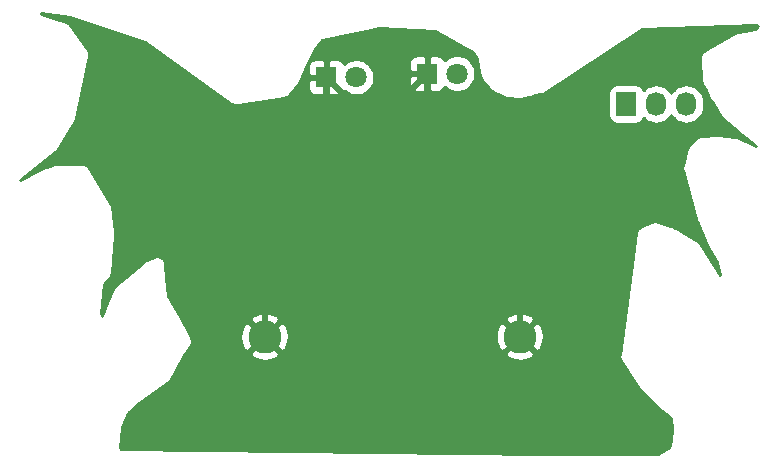
<source format=gbr>
%TF.GenerationSoftware,KiCad,Pcbnew,(5.1.8-0-10_14)*%
%TF.CreationDate,2021-10-17T14:40:20-04:00*%
%TF.ProjectId,WingedA,57696e67-6564-4412-9e6b-696361645f70,rev?*%
%TF.SameCoordinates,Original*%
%TF.FileFunction,Copper,L1,Top*%
%TF.FilePolarity,Positive*%
%FSLAX46Y46*%
G04 Gerber Fmt 4.6, Leading zero omitted, Abs format (unit mm)*
G04 Created by KiCad (PCBNEW (5.1.8-0-10_14)) date 2021-10-17 14:40:20*
%MOMM*%
%LPD*%
G01*
G04 APERTURE LIST*
%TA.AperFunction,ComponentPad*%
%ADD10C,2.800000*%
%TD*%
%TA.AperFunction,ComponentPad*%
%ADD11C,1.800000*%
%TD*%
%TA.AperFunction,ComponentPad*%
%ADD12R,1.800000X1.800000*%
%TD*%
%TA.AperFunction,ComponentPad*%
%ADD13O,1.727200X2.032000*%
%TD*%
%TA.AperFunction,ComponentPad*%
%ADD14R,1.727200X2.032000*%
%TD*%
%TA.AperFunction,Conductor*%
%ADD15C,0.500000*%
%TD*%
%TA.AperFunction,Conductor*%
%ADD16C,0.254000*%
%TD*%
%TA.AperFunction,Conductor*%
%ADD17C,0.100000*%
%TD*%
G04 APERTURE END LIST*
D10*
%TO.P,BT1,1*%
%TO.N,VCC*%
X104427100Y-73139300D03*
X126027100Y-73139300D03*
%TD*%
D11*
%TO.P,D1,2*%
%TO.N,GND*%
X112191800Y-51181000D03*
D12*
%TO.P,D1,1*%
%TO.N,VCC*%
X109651800Y-51181000D03*
%TD*%
%TO.P,D2,1*%
%TO.N,VCC*%
X118198900Y-50863500D03*
D11*
%TO.P,D2,2*%
%TO.N,GND*%
X120738900Y-50863500D03*
%TD*%
D13*
%TO.P,SW1,3*%
%TO.N,N/C*%
X140119100Y-53441600D03*
%TO.P,SW1,2*%
%TO.N,Net-(BT1-Pad2)*%
X137579100Y-53441600D03*
D14*
%TO.P,SW1,1*%
%TO.N,GND*%
X135039100Y-53441600D03*
%TD*%
D15*
%TO.N,VCC*%
X104427100Y-67251500D02*
X104427100Y-73139300D01*
X109651800Y-62026800D02*
X104427100Y-67251500D01*
X118198900Y-50863500D02*
X118198900Y-60769500D01*
X126027100Y-68597700D02*
X126027100Y-73139300D01*
X118198900Y-60769500D02*
X126027100Y-68597700D01*
X109651800Y-51181000D02*
X109651800Y-62026800D01*
X114922300Y-54140100D02*
X118198900Y-50863500D01*
X112610900Y-54140100D02*
X114922300Y-54140100D01*
X109651800Y-51181000D02*
X112610900Y-54140100D01*
%TD*%
D16*
%TO.N,VCC*%
X87918582Y-46084397D02*
X94299898Y-48219779D01*
X101608323Y-53413266D01*
X101630861Y-53433175D01*
X101661178Y-53450825D01*
X101663217Y-53452274D01*
X101689197Y-53467137D01*
X101743216Y-53498586D01*
X101745598Y-53499404D01*
X101747788Y-53500657D01*
X101807077Y-53520521D01*
X101866173Y-53540819D01*
X101868672Y-53541157D01*
X101871062Y-53541958D01*
X101933034Y-53549868D01*
X101995007Y-53558255D01*
X101997525Y-53558099D01*
X102000024Y-53558418D01*
X102062266Y-53554091D01*
X102092253Y-53552234D01*
X102094737Y-53551833D01*
X102129719Y-53549401D01*
X102158724Y-53541506D01*
X105551770Y-52993895D01*
X105553919Y-52993598D01*
X105554142Y-52993512D01*
X106096943Y-52905908D01*
X106120865Y-52905052D01*
X106160936Y-52895580D01*
X106169463Y-52894204D01*
X106192535Y-52888111D01*
X106247388Y-52875145D01*
X106255277Y-52871541D01*
X106263666Y-52869326D01*
X106314353Y-52844557D01*
X106365643Y-52821129D01*
X106372677Y-52816056D01*
X106380474Y-52812246D01*
X106425366Y-52778056D01*
X106471089Y-52745081D01*
X106476996Y-52738736D01*
X106483902Y-52733476D01*
X106521266Y-52691179D01*
X106537477Y-52673765D01*
X106542697Y-52666919D01*
X106569975Y-52636040D01*
X106582026Y-52615340D01*
X106989460Y-52081000D01*
X108113728Y-52081000D01*
X108125988Y-52205482D01*
X108162298Y-52325180D01*
X108221263Y-52435494D01*
X108300615Y-52532185D01*
X108397306Y-52611537D01*
X108507620Y-52670502D01*
X108627318Y-52706812D01*
X108751800Y-52719072D01*
X109366050Y-52716000D01*
X109524800Y-52557250D01*
X109524800Y-51308000D01*
X108275550Y-51308000D01*
X108116800Y-51466750D01*
X108113728Y-52081000D01*
X106989460Y-52081000D01*
X107317016Y-51651419D01*
X107343915Y-51621090D01*
X107372696Y-51571874D01*
X107402690Y-51523311D01*
X107416860Y-51485311D01*
X107970628Y-50281000D01*
X108113728Y-50281000D01*
X108116800Y-50895250D01*
X108275550Y-51054000D01*
X109524800Y-51054000D01*
X109524800Y-49804750D01*
X109778800Y-49804750D01*
X109778800Y-51054000D01*
X109798800Y-51054000D01*
X109798800Y-51308000D01*
X109778800Y-51308000D01*
X109778800Y-52557250D01*
X109937550Y-52716000D01*
X110551800Y-52719072D01*
X110676282Y-52706812D01*
X110795980Y-52670502D01*
X110906294Y-52611537D01*
X111002985Y-52532185D01*
X111082337Y-52435494D01*
X111141302Y-52325180D01*
X111146856Y-52306873D01*
X111213295Y-52373312D01*
X111464705Y-52541299D01*
X111744057Y-52657011D01*
X112040616Y-52716000D01*
X112342984Y-52716000D01*
X112639543Y-52657011D01*
X112918895Y-52541299D01*
X113170305Y-52373312D01*
X113384112Y-52159505D01*
X113552099Y-51908095D01*
X113611992Y-51763500D01*
X116660828Y-51763500D01*
X116673088Y-51887982D01*
X116709398Y-52007680D01*
X116768363Y-52117994D01*
X116847715Y-52214685D01*
X116944406Y-52294037D01*
X117054720Y-52353002D01*
X117174418Y-52389312D01*
X117298900Y-52401572D01*
X117913150Y-52398500D01*
X118071900Y-52239750D01*
X118071900Y-50990500D01*
X116822650Y-50990500D01*
X116663900Y-51149250D01*
X116660828Y-51763500D01*
X113611992Y-51763500D01*
X113667811Y-51628743D01*
X113726800Y-51332184D01*
X113726800Y-51029816D01*
X113667811Y-50733257D01*
X113552099Y-50453905D01*
X113384112Y-50202495D01*
X113170305Y-49988688D01*
X113132609Y-49963500D01*
X116660828Y-49963500D01*
X116663900Y-50577750D01*
X116822650Y-50736500D01*
X118071900Y-50736500D01*
X118071900Y-49487250D01*
X118325900Y-49487250D01*
X118325900Y-50736500D01*
X118345900Y-50736500D01*
X118345900Y-50990500D01*
X118325900Y-50990500D01*
X118325900Y-52239750D01*
X118484650Y-52398500D01*
X119098900Y-52401572D01*
X119223382Y-52389312D01*
X119343080Y-52353002D01*
X119453394Y-52294037D01*
X119550085Y-52214685D01*
X119629437Y-52117994D01*
X119688402Y-52007680D01*
X119693956Y-51989373D01*
X119760395Y-52055812D01*
X120011805Y-52223799D01*
X120291157Y-52339511D01*
X120587716Y-52398500D01*
X120890084Y-52398500D01*
X121186643Y-52339511D01*
X121465995Y-52223799D01*
X121717405Y-52055812D01*
X121931212Y-51842005D01*
X122099199Y-51590595D01*
X122214911Y-51311243D01*
X122273900Y-51014684D01*
X122273900Y-50712316D01*
X122214911Y-50415757D01*
X122099199Y-50136405D01*
X121931212Y-49884995D01*
X121717405Y-49671188D01*
X121465995Y-49503201D01*
X121186643Y-49387489D01*
X120890084Y-49328500D01*
X120587716Y-49328500D01*
X120291157Y-49387489D01*
X120011805Y-49503201D01*
X119760395Y-49671188D01*
X119693956Y-49737627D01*
X119688402Y-49719320D01*
X119629437Y-49609006D01*
X119550085Y-49512315D01*
X119453394Y-49432963D01*
X119343080Y-49373998D01*
X119223382Y-49337688D01*
X119098900Y-49325428D01*
X118484650Y-49328500D01*
X118325900Y-49487250D01*
X118071900Y-49487250D01*
X117913150Y-49328500D01*
X117298900Y-49325428D01*
X117174418Y-49337688D01*
X117054720Y-49373998D01*
X116944406Y-49432963D01*
X116847715Y-49512315D01*
X116768363Y-49609006D01*
X116709398Y-49719320D01*
X116673088Y-49839018D01*
X116660828Y-49963500D01*
X113132609Y-49963500D01*
X112918895Y-49820701D01*
X112639543Y-49704989D01*
X112342984Y-49646000D01*
X112040616Y-49646000D01*
X111744057Y-49704989D01*
X111464705Y-49820701D01*
X111213295Y-49988688D01*
X111146856Y-50055127D01*
X111141302Y-50036820D01*
X111082337Y-49926506D01*
X111002985Y-49829815D01*
X110906294Y-49750463D01*
X110795980Y-49691498D01*
X110676282Y-49655188D01*
X110551800Y-49642928D01*
X109937550Y-49646000D01*
X109778800Y-49804750D01*
X109524800Y-49804750D01*
X109366050Y-49646000D01*
X108751800Y-49642928D01*
X108627318Y-49655188D01*
X108507620Y-49691498D01*
X108397306Y-49750463D01*
X108300615Y-49829815D01*
X108221263Y-49926506D01*
X108162298Y-50036820D01*
X108125988Y-50156518D01*
X108113728Y-50281000D01*
X107970628Y-50281000D01*
X108676221Y-48746508D01*
X109307550Y-48009959D01*
X112978151Y-47253424D01*
X114135447Y-47050037D01*
X118855477Y-47270382D01*
X119646862Y-47688557D01*
X121356691Y-48669195D01*
X121365382Y-48674980D01*
X121384780Y-48685305D01*
X121403864Y-48696250D01*
X121413398Y-48700537D01*
X122032450Y-49030033D01*
X122420085Y-49620297D01*
X122592956Y-50733154D01*
X122592844Y-50743639D01*
X122602913Y-50797253D01*
X122606298Y-50819043D01*
X122608905Y-50829154D01*
X122616841Y-50871413D01*
X122625092Y-50891952D01*
X122630619Y-50913392D01*
X122649275Y-50952147D01*
X122653162Y-50961823D01*
X122663334Y-50981354D01*
X122687009Y-51030535D01*
X122693316Y-51038918D01*
X122958720Y-51548495D01*
X122960735Y-51554916D01*
X122988718Y-51606091D01*
X123000613Y-51628929D01*
X123004267Y-51634527D01*
X123023109Y-51668984D01*
X123039724Y-51688841D01*
X123053874Y-51710516D01*
X123081340Y-51738576D01*
X123085635Y-51743709D01*
X123104033Y-51761760D01*
X123144815Y-51803424D01*
X123150369Y-51807221D01*
X123384387Y-52036824D01*
X123638536Y-52341803D01*
X123656272Y-52359275D01*
X123682726Y-52375740D01*
X123771929Y-52417055D01*
X123775003Y-52420071D01*
X123813311Y-52459927D01*
X123847976Y-52484095D01*
X123880918Y-52510609D01*
X123901202Y-52521204D01*
X123919959Y-52534281D01*
X123958679Y-52551225D01*
X123996154Y-52570799D01*
X124018105Y-52577230D01*
X124039062Y-52586401D01*
X124080351Y-52595467D01*
X124120917Y-52607352D01*
X124176003Y-52612248D01*
X124199340Y-52615014D01*
X124889226Y-52934540D01*
X124912734Y-52942738D01*
X124930559Y-52945728D01*
X125997359Y-53047328D01*
X126022255Y-53047248D01*
X126039890Y-53044186D01*
X127220990Y-52752086D01*
X127244456Y-52743768D01*
X127260947Y-52734470D01*
X127334330Y-52685548D01*
X127813788Y-52637942D01*
X127877318Y-52631819D01*
X127909429Y-52622152D01*
X127942317Y-52615583D01*
X127971521Y-52603459D01*
X128001808Y-52594341D01*
X128031426Y-52578589D01*
X128062389Y-52565735D01*
X128115415Y-52530244D01*
X128272738Y-52425600D01*
X133537428Y-52425600D01*
X133537428Y-54457600D01*
X133549688Y-54582082D01*
X133585998Y-54701780D01*
X133644963Y-54812094D01*
X133724315Y-54908785D01*
X133821006Y-54988137D01*
X133931320Y-55047102D01*
X134051018Y-55083412D01*
X134175500Y-55095672D01*
X135902700Y-55095672D01*
X136027182Y-55083412D01*
X136146880Y-55047102D01*
X136257194Y-54988137D01*
X136353885Y-54908785D01*
X136433237Y-54812094D01*
X136492202Y-54701780D01*
X136507686Y-54650735D01*
X136514303Y-54658797D01*
X136742494Y-54846069D01*
X137002836Y-54985225D01*
X137285323Y-55070916D01*
X137579100Y-55099851D01*
X137872876Y-55070916D01*
X138155363Y-54985225D01*
X138415705Y-54846069D01*
X138643897Y-54658797D01*
X138831169Y-54430606D01*
X138849100Y-54397059D01*
X138867031Y-54430605D01*
X139054303Y-54658797D01*
X139282494Y-54846069D01*
X139542836Y-54985225D01*
X139825323Y-55070916D01*
X140119100Y-55099851D01*
X140412876Y-55070916D01*
X140695363Y-54985225D01*
X140955705Y-54846069D01*
X141183897Y-54658797D01*
X141371169Y-54430606D01*
X141510325Y-54170264D01*
X141596016Y-53887777D01*
X141617700Y-53667619D01*
X141617700Y-53215582D01*
X141596016Y-52995424D01*
X141510325Y-52712937D01*
X141371169Y-52452594D01*
X141183897Y-52224403D01*
X140955706Y-52037131D01*
X140695364Y-51897975D01*
X140412877Y-51812284D01*
X140119100Y-51783349D01*
X139825324Y-51812284D01*
X139542837Y-51897975D01*
X139282495Y-52037131D01*
X139054303Y-52224403D01*
X138867031Y-52452594D01*
X138849100Y-52486141D01*
X138831169Y-52452594D01*
X138643897Y-52224403D01*
X138415706Y-52037131D01*
X138155364Y-51897975D01*
X137872877Y-51812284D01*
X137579100Y-51783349D01*
X137285324Y-51812284D01*
X137002837Y-51897975D01*
X136742495Y-52037131D01*
X136514303Y-52224403D01*
X136507686Y-52232465D01*
X136492202Y-52181420D01*
X136433237Y-52071106D01*
X136353885Y-51974415D01*
X136257194Y-51895063D01*
X136146880Y-51836098D01*
X136027182Y-51799788D01*
X135902700Y-51787528D01*
X134175500Y-51787528D01*
X134051018Y-51799788D01*
X133931320Y-51836098D01*
X133821006Y-51895063D01*
X133724315Y-51974415D01*
X133644963Y-52071106D01*
X133585998Y-52181420D01*
X133549688Y-52301118D01*
X133537428Y-52425600D01*
X128272738Y-52425600D01*
X136340947Y-47059020D01*
X146019185Y-46728244D01*
X146183887Y-46810595D01*
X145922023Y-47097639D01*
X144567074Y-47309349D01*
X144543964Y-47310003D01*
X144503017Y-47319358D01*
X144493681Y-47320817D01*
X144471396Y-47326583D01*
X144417222Y-47338960D01*
X144408550Y-47342843D01*
X144399354Y-47345222D01*
X144349304Y-47369370D01*
X144328295Y-47378776D01*
X144320094Y-47383462D01*
X144282262Y-47401715D01*
X144263798Y-47415632D01*
X141682357Y-48890740D01*
X141674536Y-48893576D01*
X141626013Y-48922937D01*
X141605001Y-48934944D01*
X141598249Y-48939737D01*
X141563306Y-48960881D01*
X141545370Y-48977275D01*
X141525551Y-48991344D01*
X141497493Y-49021035D01*
X141467343Y-49048593D01*
X141452948Y-49068173D01*
X141436257Y-49085836D01*
X141414534Y-49120425D01*
X141390335Y-49153341D01*
X141380036Y-49175354D01*
X141367113Y-49195932D01*
X141352553Y-49234101D01*
X141335244Y-49271099D01*
X141329439Y-49294694D01*
X141320776Y-49317403D01*
X141313942Y-49357678D01*
X141304183Y-49397343D01*
X141303093Y-49421620D01*
X141299027Y-49445580D01*
X141300182Y-49486415D01*
X141299811Y-49494677D01*
X141301099Y-49518824D01*
X141302703Y-49575535D01*
X141304556Y-49583645D01*
X141402521Y-51420485D01*
X141403493Y-51473902D01*
X141412899Y-51517069D01*
X141419564Y-51560740D01*
X141426709Y-51580447D01*
X141431172Y-51600930D01*
X141448820Y-51641435D01*
X141463876Y-51682963D01*
X141491521Y-51728651D01*
X141798300Y-52278297D01*
X142032186Y-52901993D01*
X142043171Y-52924335D01*
X142053846Y-52939074D01*
X142391537Y-53341180D01*
X142990334Y-54414025D01*
X142999727Y-54437033D01*
X143021927Y-54470629D01*
X143025689Y-54477369D01*
X143039816Y-54497700D01*
X143071401Y-54545499D01*
X143076859Y-54551013D01*
X143081285Y-54557383D01*
X143122545Y-54597168D01*
X143139944Y-54614746D01*
X143145875Y-54619664D01*
X143174872Y-54647625D01*
X143195794Y-54661060D01*
X144197804Y-55491996D01*
X144250946Y-55555274D01*
X144274242Y-55576843D01*
X144464285Y-55712980D01*
X146031157Y-57012337D01*
X144584739Y-56301387D01*
X144574430Y-56294101D01*
X144526506Y-56272763D01*
X144508644Y-56263984D01*
X144496890Y-56259578D01*
X144455661Y-56241221D01*
X144436144Y-56236805D01*
X144417411Y-56229782D01*
X144372881Y-56222490D01*
X144360631Y-56219718D01*
X144340870Y-56217248D01*
X144289111Y-56208772D01*
X144276498Y-56209201D01*
X142929728Y-56040855D01*
X142889386Y-56032819D01*
X142832940Y-56032803D01*
X142776495Y-56031325D01*
X142735951Y-56038292D01*
X141378316Y-56171632D01*
X141354549Y-56170993D01*
X141313771Y-56177971D01*
X141305026Y-56178830D01*
X141281839Y-56183435D01*
X141226403Y-56192922D01*
X141218138Y-56196088D01*
X141209459Y-56197812D01*
X141157502Y-56219317D01*
X141104998Y-56239430D01*
X141097511Y-56244146D01*
X141089334Y-56247531D01*
X141042584Y-56278749D01*
X140994998Y-56308728D01*
X140988572Y-56314818D01*
X140981216Y-56319730D01*
X140941463Y-56359461D01*
X140924277Y-56375748D01*
X140918512Y-56382400D01*
X140889261Y-56411635D01*
X140876050Y-56431394D01*
X140283309Y-57115327D01*
X140281027Y-57117132D01*
X140240773Y-57164407D01*
X140221414Y-57186745D01*
X140219743Y-57189106D01*
X140196743Y-57216118D01*
X140182276Y-57242043D01*
X140165126Y-57266274D01*
X140150675Y-57298671D01*
X140133390Y-57329646D01*
X140124260Y-57357892D01*
X140112165Y-57385007D01*
X140104311Y-57419606D01*
X140103422Y-57422356D01*
X140097144Y-57451178D01*
X140083385Y-57511789D01*
X140083307Y-57514703D01*
X139817678Y-58734178D01*
X139803933Y-58794910D01*
X139803008Y-58830155D01*
X139798916Y-58865183D01*
X139801307Y-58894987D01*
X139800523Y-58924872D01*
X139806493Y-58959625D01*
X139809313Y-58994774D01*
X139826303Y-59054669D01*
X140966427Y-63201718D01*
X140967297Y-63210515D01*
X140983625Y-63264271D01*
X140989906Y-63287118D01*
X140993062Y-63295340D01*
X140995614Y-63303743D01*
X141004662Y-63325565D01*
X141024818Y-63378081D01*
X141029541Y-63385568D01*
X141851145Y-65367083D01*
X141853784Y-65378289D01*
X141875996Y-65427019D01*
X141884047Y-65446436D01*
X141889452Y-65456540D01*
X141894196Y-65466947D01*
X141904728Y-65485094D01*
X141930007Y-65532348D01*
X141937319Y-65541251D01*
X142696506Y-66849391D01*
X143016064Y-67925235D01*
X141407138Y-65341760D01*
X141377785Y-65292189D01*
X141351092Y-65262420D01*
X141326734Y-65230720D01*
X141307800Y-65214138D01*
X141290993Y-65195394D01*
X141258999Y-65171399D01*
X141228931Y-65145066D01*
X141179092Y-65116336D01*
X139302514Y-63977880D01*
X139270844Y-63955081D01*
X139217594Y-63930814D01*
X139164757Y-63905478D01*
X139126938Y-63895790D01*
X137700722Y-63408194D01*
X137675518Y-63396274D01*
X137639374Y-63387220D01*
X137634932Y-63385702D01*
X137607908Y-63379339D01*
X137549405Y-63364685D01*
X137544689Y-63364453D01*
X137540092Y-63363371D01*
X137479797Y-63361266D01*
X137419554Y-63358307D01*
X137414884Y-63359000D01*
X137410164Y-63358835D01*
X137350632Y-63368531D01*
X137290952Y-63377384D01*
X137286504Y-63378975D01*
X137281847Y-63379734D01*
X137225378Y-63400848D01*
X137199215Y-63410209D01*
X137194969Y-63412217D01*
X137160072Y-63425265D01*
X137136366Y-63439935D01*
X136253286Y-63857608D01*
X136216500Y-63871629D01*
X136167151Y-63902602D01*
X136117233Y-63932522D01*
X136112174Y-63937108D01*
X136106383Y-63940742D01*
X136064034Y-63980740D01*
X136020904Y-64019831D01*
X136016834Y-64025319D01*
X136011867Y-64030010D01*
X135978147Y-64077483D01*
X135943459Y-64124255D01*
X135940538Y-64130431D01*
X135936581Y-64136002D01*
X135912765Y-64189153D01*
X135887874Y-64241782D01*
X135886214Y-64248408D01*
X135883420Y-64254644D01*
X135870431Y-64311420D01*
X135856285Y-64367895D01*
X135854354Y-64407207D01*
X135438901Y-67667881D01*
X134481792Y-74657313D01*
X134479270Y-74665256D01*
X134472982Y-74721649D01*
X134469705Y-74745577D01*
X134469391Y-74753847D01*
X134464862Y-74794464D01*
X134466932Y-74818669D01*
X134466011Y-74842939D01*
X134472458Y-74883286D01*
X134475939Y-74923999D01*
X134482691Y-74947333D01*
X134486523Y-74971319D01*
X134500718Y-75009636D01*
X134512074Y-75048884D01*
X134523246Y-75070449D01*
X134531686Y-75093231D01*
X134553085Y-75128044D01*
X134556894Y-75135397D01*
X134570064Y-75155667D01*
X134599766Y-75203989D01*
X134605429Y-75210098D01*
X136022915Y-77391796D01*
X136043702Y-77429079D01*
X136079256Y-77470866D01*
X136113554Y-77513773D01*
X136146221Y-77541293D01*
X138269097Y-79590117D01*
X138270133Y-79591592D01*
X138315730Y-79635123D01*
X138337893Y-79656513D01*
X138339308Y-79657633D01*
X138340607Y-79658873D01*
X138364719Y-79677744D01*
X138414295Y-79716978D01*
X138415906Y-79717803D01*
X138823944Y-80037137D01*
X138946469Y-81017341D01*
X138787035Y-82432320D01*
X138622232Y-82538958D01*
X137709264Y-83108221D01*
X128097296Y-83058418D01*
X92260258Y-82682373D01*
X92209042Y-82528724D01*
X92331952Y-80752107D01*
X92825369Y-79607801D01*
X93828840Y-78726978D01*
X96171493Y-77094599D01*
X96211564Y-77069782D01*
X96248436Y-77035374D01*
X96286818Y-77002600D01*
X96295900Y-76991082D01*
X96306615Y-76981083D01*
X96336074Y-76940131D01*
X96367315Y-76900510D01*
X96388723Y-76858505D01*
X97721514Y-74559747D01*
X103186258Y-74559747D01*
X103330235Y-74865070D01*
X103687992Y-75045897D01*
X104074153Y-75153455D01*
X104473877Y-75183610D01*
X104871804Y-75135204D01*
X105252640Y-75010095D01*
X105523965Y-74865070D01*
X105667942Y-74559747D01*
X124786258Y-74559747D01*
X124930235Y-74865070D01*
X125287992Y-75045897D01*
X125674153Y-75153455D01*
X126073877Y-75183610D01*
X126471804Y-75135204D01*
X126852640Y-75010095D01*
X127123965Y-74865070D01*
X127267942Y-74559747D01*
X126027100Y-73318905D01*
X124786258Y-74559747D01*
X105667942Y-74559747D01*
X104427100Y-73318905D01*
X103186258Y-74559747D01*
X97721514Y-74559747D01*
X97752937Y-74505550D01*
X98154148Y-73909813D01*
X98186318Y-73864984D01*
X98203849Y-73826361D01*
X98223980Y-73789027D01*
X98230659Y-73767296D01*
X98240053Y-73746599D01*
X98249712Y-73705299D01*
X98262173Y-73664755D01*
X98264483Y-73642145D01*
X98269661Y-73620007D01*
X98271077Y-73577612D01*
X98275388Y-73535421D01*
X98273242Y-73512788D01*
X98274001Y-73490071D01*
X98267120Y-73448217D01*
X98263117Y-73405992D01*
X98256599Y-73384220D01*
X98252911Y-73361785D01*
X98237994Y-73322072D01*
X98225832Y-73281445D01*
X98200005Y-73232699D01*
X98177053Y-73186077D01*
X102382790Y-73186077D01*
X102431196Y-73584004D01*
X102556305Y-73964840D01*
X102701330Y-74236165D01*
X103006653Y-74380142D01*
X104247495Y-73139300D01*
X104606705Y-73139300D01*
X105847547Y-74380142D01*
X106152870Y-74236165D01*
X106333697Y-73878408D01*
X106441255Y-73492247D01*
X106464352Y-73186077D01*
X123982790Y-73186077D01*
X124031196Y-73584004D01*
X124156305Y-73964840D01*
X124301330Y-74236165D01*
X124606653Y-74380142D01*
X125847495Y-73139300D01*
X126206705Y-73139300D01*
X127447547Y-74380142D01*
X127752870Y-74236165D01*
X127933697Y-73878408D01*
X128041255Y-73492247D01*
X128071410Y-73092523D01*
X128023004Y-72694596D01*
X127897895Y-72313760D01*
X127752870Y-72042435D01*
X127447547Y-71898458D01*
X126206705Y-73139300D01*
X125847495Y-73139300D01*
X124606653Y-71898458D01*
X124301330Y-72042435D01*
X124120503Y-72400192D01*
X124012945Y-72786353D01*
X123982790Y-73186077D01*
X106464352Y-73186077D01*
X106471410Y-73092523D01*
X106423004Y-72694596D01*
X106297895Y-72313760D01*
X106152870Y-72042435D01*
X105847547Y-71898458D01*
X104606705Y-73139300D01*
X104247495Y-73139300D01*
X103006653Y-71898458D01*
X102701330Y-72042435D01*
X102520503Y-72400192D01*
X102412945Y-72786353D01*
X102382790Y-73186077D01*
X98177053Y-73186077D01*
X97454727Y-71718853D01*
X103186258Y-71718853D01*
X104427100Y-72959695D01*
X105667942Y-71718853D01*
X124786258Y-71718853D01*
X126027100Y-72959695D01*
X127267942Y-71718853D01*
X127123965Y-71413530D01*
X126766208Y-71232703D01*
X126380047Y-71125145D01*
X125980323Y-71094990D01*
X125582396Y-71143396D01*
X125201560Y-71268505D01*
X124930235Y-71413530D01*
X124786258Y-71718853D01*
X105667942Y-71718853D01*
X105523965Y-71413530D01*
X105166208Y-71232703D01*
X104780047Y-71125145D01*
X104380323Y-71094990D01*
X103982396Y-71143396D01*
X103601560Y-71268505D01*
X103330235Y-71413530D01*
X103186258Y-71718853D01*
X97454727Y-71718853D01*
X97392109Y-71591661D01*
X97378367Y-71563491D01*
X97377736Y-71562467D01*
X97377213Y-71561404D01*
X97360893Y-71535119D01*
X96254289Y-69738376D01*
X96047502Y-68164507D01*
X95988005Y-66998360D01*
X95989366Y-66985691D01*
X95984698Y-66933550D01*
X95983690Y-66913794D01*
X95981808Y-66901268D01*
X95977773Y-66856200D01*
X95972168Y-66837114D01*
X95969212Y-66817442D01*
X95953889Y-66774872D01*
X95941140Y-66731459D01*
X95931918Y-66713831D01*
X95925182Y-66695117D01*
X95901851Y-66656358D01*
X95880875Y-66616262D01*
X95868391Y-66600772D01*
X95858134Y-66583732D01*
X95827689Y-66550269D01*
X95799294Y-66515036D01*
X95784027Y-66502278D01*
X95770643Y-66487567D01*
X95734259Y-66460689D01*
X95699533Y-66431670D01*
X95682071Y-66422136D01*
X95666073Y-66410318D01*
X95625136Y-66391051D01*
X95585424Y-66369369D01*
X95566441Y-66363426D01*
X95548443Y-66354955D01*
X95504540Y-66344046D01*
X95461354Y-66330525D01*
X95441573Y-66328399D01*
X95422271Y-66323603D01*
X95377075Y-66321468D01*
X95332090Y-66316634D01*
X95312279Y-66318408D01*
X95292408Y-66317469D01*
X95247663Y-66324193D01*
X95202600Y-66328227D01*
X95183514Y-66333832D01*
X95163842Y-66336788D01*
X95121275Y-66352110D01*
X95109114Y-66355681D01*
X95090757Y-66363094D01*
X95041517Y-66380818D01*
X95030604Y-66387387D01*
X94470495Y-66613586D01*
X94461607Y-66615525D01*
X94410282Y-66637903D01*
X94388595Y-66646661D01*
X94380592Y-66650847D01*
X94342433Y-66667485D01*
X94323110Y-66680919D01*
X94302262Y-66691825D01*
X94269861Y-66717938D01*
X94262433Y-66723102D01*
X94244599Y-66738297D01*
X94201036Y-66773406D01*
X94195207Y-66780381D01*
X91754344Y-68860097D01*
X91709825Y-68896289D01*
X91684170Y-68927257D01*
X91656269Y-68956207D01*
X91642799Y-68977194D01*
X91626885Y-68996404D01*
X91607762Y-69031787D01*
X91586047Y-69065620D01*
X91565089Y-69118981D01*
X91513072Y-69242937D01*
X91495811Y-69259541D01*
X91476078Y-69291027D01*
X90980778Y-70421327D01*
X90976218Y-70433358D01*
X90659386Y-71416859D01*
X90586143Y-71154729D01*
X90866255Y-68644926D01*
X91301624Y-68152770D01*
X91335961Y-68117499D01*
X91362273Y-68076951D01*
X91390610Y-68037764D01*
X91397601Y-68022510D01*
X91406731Y-68008440D01*
X91424630Y-67963530D01*
X91444774Y-67919576D01*
X91448653Y-67903256D01*
X91454865Y-67887671D01*
X91463659Y-67840132D01*
X91474840Y-67793093D01*
X91476663Y-67743873D01*
X91752305Y-64498818D01*
X91758508Y-64463020D01*
X91756989Y-64401772D01*
X91756166Y-64340534D01*
X91748600Y-64305001D01*
X91475184Y-62092814D01*
X91472406Y-62048048D01*
X91458935Y-61997063D01*
X91447367Y-61945609D01*
X91442355Y-61934311D01*
X91439196Y-61922353D01*
X91416024Y-61874950D01*
X91394652Y-61826768D01*
X91368823Y-61790113D01*
X89548625Y-58840138D01*
X89527625Y-58800850D01*
X89493960Y-58759829D01*
X89461816Y-58717635D01*
X89452790Y-58709664D01*
X89445148Y-58700352D01*
X89404121Y-58666682D01*
X89364369Y-58631575D01*
X89353966Y-58625520D01*
X89344650Y-58617875D01*
X89297841Y-58592855D01*
X89252006Y-58566179D01*
X89240618Y-58562269D01*
X89229993Y-58556590D01*
X89179200Y-58541182D01*
X89129043Y-58523961D01*
X89117115Y-58522348D01*
X89105583Y-58518850D01*
X89052762Y-58513648D01*
X89000206Y-58506542D01*
X88955761Y-58509300D01*
X86907373Y-58509300D01*
X86844184Y-58509004D01*
X86810686Y-58515504D01*
X86776717Y-58518850D01*
X86716037Y-58537257D01*
X86034068Y-58740652D01*
X86011622Y-58744319D01*
X85971911Y-58759190D01*
X85962502Y-58761996D01*
X85941575Y-58770550D01*
X85920377Y-58778488D01*
X85911552Y-58782822D01*
X85872312Y-58798861D01*
X85853350Y-58811403D01*
X83721490Y-59858299D01*
X86721912Y-57529614D01*
X86744949Y-57515653D01*
X86773117Y-57489873D01*
X86777572Y-57486415D01*
X86797092Y-57467929D01*
X86840854Y-57427877D01*
X86844201Y-57423318D01*
X86848317Y-57419420D01*
X86882673Y-57370913D01*
X86898513Y-57349337D01*
X86901377Y-57344506D01*
X86923460Y-57313327D01*
X86934448Y-57288717D01*
X88348158Y-54903851D01*
X88355401Y-54895208D01*
X88381230Y-54848060D01*
X88392076Y-54829763D01*
X88396830Y-54819583D01*
X88417864Y-54781188D01*
X88424270Y-54760829D01*
X88433305Y-54741482D01*
X88443740Y-54698944D01*
X88447106Y-54688247D01*
X88451462Y-54667468D01*
X88464280Y-54615218D01*
X88464779Y-54603945D01*
X89554629Y-49405235D01*
X89566561Y-49361462D01*
X89570203Y-49309355D01*
X89575858Y-49257428D01*
X89574728Y-49244604D01*
X89575625Y-49231770D01*
X89569032Y-49179959D01*
X89564447Y-49127921D01*
X89560839Y-49115569D01*
X89559214Y-49102802D01*
X89542636Y-49053259D01*
X89527991Y-49003130D01*
X89522043Y-48991722D01*
X89517958Y-48979513D01*
X89492028Y-48934148D01*
X89467889Y-48887847D01*
X89439483Y-48852498D01*
X87936033Y-46735142D01*
X87909546Y-46693758D01*
X87875940Y-46658801D01*
X87844144Y-46622226D01*
X87830982Y-46612036D01*
X87819445Y-46600035D01*
X87779663Y-46572304D01*
X87741344Y-46542637D01*
X87726455Y-46535214D01*
X87712792Y-46525690D01*
X87668360Y-46506251D01*
X87624994Y-46484631D01*
X87577631Y-46471721D01*
X85529266Y-45806003D01*
X85532975Y-45718234D01*
X87918582Y-46084397D01*
%TA.AperFunction,Conductor*%
D17*
G36*
X87918582Y-46084397D02*
G01*
X94299898Y-48219779D01*
X101608323Y-53413266D01*
X101630861Y-53433175D01*
X101661178Y-53450825D01*
X101663217Y-53452274D01*
X101689197Y-53467137D01*
X101743216Y-53498586D01*
X101745598Y-53499404D01*
X101747788Y-53500657D01*
X101807077Y-53520521D01*
X101866173Y-53540819D01*
X101868672Y-53541157D01*
X101871062Y-53541958D01*
X101933034Y-53549868D01*
X101995007Y-53558255D01*
X101997525Y-53558099D01*
X102000024Y-53558418D01*
X102062266Y-53554091D01*
X102092253Y-53552234D01*
X102094737Y-53551833D01*
X102129719Y-53549401D01*
X102158724Y-53541506D01*
X105551770Y-52993895D01*
X105553919Y-52993598D01*
X105554142Y-52993512D01*
X106096943Y-52905908D01*
X106120865Y-52905052D01*
X106160936Y-52895580D01*
X106169463Y-52894204D01*
X106192535Y-52888111D01*
X106247388Y-52875145D01*
X106255277Y-52871541D01*
X106263666Y-52869326D01*
X106314353Y-52844557D01*
X106365643Y-52821129D01*
X106372677Y-52816056D01*
X106380474Y-52812246D01*
X106425366Y-52778056D01*
X106471089Y-52745081D01*
X106476996Y-52738736D01*
X106483902Y-52733476D01*
X106521266Y-52691179D01*
X106537477Y-52673765D01*
X106542697Y-52666919D01*
X106569975Y-52636040D01*
X106582026Y-52615340D01*
X106989460Y-52081000D01*
X108113728Y-52081000D01*
X108125988Y-52205482D01*
X108162298Y-52325180D01*
X108221263Y-52435494D01*
X108300615Y-52532185D01*
X108397306Y-52611537D01*
X108507620Y-52670502D01*
X108627318Y-52706812D01*
X108751800Y-52719072D01*
X109366050Y-52716000D01*
X109524800Y-52557250D01*
X109524800Y-51308000D01*
X108275550Y-51308000D01*
X108116800Y-51466750D01*
X108113728Y-52081000D01*
X106989460Y-52081000D01*
X107317016Y-51651419D01*
X107343915Y-51621090D01*
X107372696Y-51571874D01*
X107402690Y-51523311D01*
X107416860Y-51485311D01*
X107970628Y-50281000D01*
X108113728Y-50281000D01*
X108116800Y-50895250D01*
X108275550Y-51054000D01*
X109524800Y-51054000D01*
X109524800Y-49804750D01*
X109778800Y-49804750D01*
X109778800Y-51054000D01*
X109798800Y-51054000D01*
X109798800Y-51308000D01*
X109778800Y-51308000D01*
X109778800Y-52557250D01*
X109937550Y-52716000D01*
X110551800Y-52719072D01*
X110676282Y-52706812D01*
X110795980Y-52670502D01*
X110906294Y-52611537D01*
X111002985Y-52532185D01*
X111082337Y-52435494D01*
X111141302Y-52325180D01*
X111146856Y-52306873D01*
X111213295Y-52373312D01*
X111464705Y-52541299D01*
X111744057Y-52657011D01*
X112040616Y-52716000D01*
X112342984Y-52716000D01*
X112639543Y-52657011D01*
X112918895Y-52541299D01*
X113170305Y-52373312D01*
X113384112Y-52159505D01*
X113552099Y-51908095D01*
X113611992Y-51763500D01*
X116660828Y-51763500D01*
X116673088Y-51887982D01*
X116709398Y-52007680D01*
X116768363Y-52117994D01*
X116847715Y-52214685D01*
X116944406Y-52294037D01*
X117054720Y-52353002D01*
X117174418Y-52389312D01*
X117298900Y-52401572D01*
X117913150Y-52398500D01*
X118071900Y-52239750D01*
X118071900Y-50990500D01*
X116822650Y-50990500D01*
X116663900Y-51149250D01*
X116660828Y-51763500D01*
X113611992Y-51763500D01*
X113667811Y-51628743D01*
X113726800Y-51332184D01*
X113726800Y-51029816D01*
X113667811Y-50733257D01*
X113552099Y-50453905D01*
X113384112Y-50202495D01*
X113170305Y-49988688D01*
X113132609Y-49963500D01*
X116660828Y-49963500D01*
X116663900Y-50577750D01*
X116822650Y-50736500D01*
X118071900Y-50736500D01*
X118071900Y-49487250D01*
X118325900Y-49487250D01*
X118325900Y-50736500D01*
X118345900Y-50736500D01*
X118345900Y-50990500D01*
X118325900Y-50990500D01*
X118325900Y-52239750D01*
X118484650Y-52398500D01*
X119098900Y-52401572D01*
X119223382Y-52389312D01*
X119343080Y-52353002D01*
X119453394Y-52294037D01*
X119550085Y-52214685D01*
X119629437Y-52117994D01*
X119688402Y-52007680D01*
X119693956Y-51989373D01*
X119760395Y-52055812D01*
X120011805Y-52223799D01*
X120291157Y-52339511D01*
X120587716Y-52398500D01*
X120890084Y-52398500D01*
X121186643Y-52339511D01*
X121465995Y-52223799D01*
X121717405Y-52055812D01*
X121931212Y-51842005D01*
X122099199Y-51590595D01*
X122214911Y-51311243D01*
X122273900Y-51014684D01*
X122273900Y-50712316D01*
X122214911Y-50415757D01*
X122099199Y-50136405D01*
X121931212Y-49884995D01*
X121717405Y-49671188D01*
X121465995Y-49503201D01*
X121186643Y-49387489D01*
X120890084Y-49328500D01*
X120587716Y-49328500D01*
X120291157Y-49387489D01*
X120011805Y-49503201D01*
X119760395Y-49671188D01*
X119693956Y-49737627D01*
X119688402Y-49719320D01*
X119629437Y-49609006D01*
X119550085Y-49512315D01*
X119453394Y-49432963D01*
X119343080Y-49373998D01*
X119223382Y-49337688D01*
X119098900Y-49325428D01*
X118484650Y-49328500D01*
X118325900Y-49487250D01*
X118071900Y-49487250D01*
X117913150Y-49328500D01*
X117298900Y-49325428D01*
X117174418Y-49337688D01*
X117054720Y-49373998D01*
X116944406Y-49432963D01*
X116847715Y-49512315D01*
X116768363Y-49609006D01*
X116709398Y-49719320D01*
X116673088Y-49839018D01*
X116660828Y-49963500D01*
X113132609Y-49963500D01*
X112918895Y-49820701D01*
X112639543Y-49704989D01*
X112342984Y-49646000D01*
X112040616Y-49646000D01*
X111744057Y-49704989D01*
X111464705Y-49820701D01*
X111213295Y-49988688D01*
X111146856Y-50055127D01*
X111141302Y-50036820D01*
X111082337Y-49926506D01*
X111002985Y-49829815D01*
X110906294Y-49750463D01*
X110795980Y-49691498D01*
X110676282Y-49655188D01*
X110551800Y-49642928D01*
X109937550Y-49646000D01*
X109778800Y-49804750D01*
X109524800Y-49804750D01*
X109366050Y-49646000D01*
X108751800Y-49642928D01*
X108627318Y-49655188D01*
X108507620Y-49691498D01*
X108397306Y-49750463D01*
X108300615Y-49829815D01*
X108221263Y-49926506D01*
X108162298Y-50036820D01*
X108125988Y-50156518D01*
X108113728Y-50281000D01*
X107970628Y-50281000D01*
X108676221Y-48746508D01*
X109307550Y-48009959D01*
X112978151Y-47253424D01*
X114135447Y-47050037D01*
X118855477Y-47270382D01*
X119646862Y-47688557D01*
X121356691Y-48669195D01*
X121365382Y-48674980D01*
X121384780Y-48685305D01*
X121403864Y-48696250D01*
X121413398Y-48700537D01*
X122032450Y-49030033D01*
X122420085Y-49620297D01*
X122592956Y-50733154D01*
X122592844Y-50743639D01*
X122602913Y-50797253D01*
X122606298Y-50819043D01*
X122608905Y-50829154D01*
X122616841Y-50871413D01*
X122625092Y-50891952D01*
X122630619Y-50913392D01*
X122649275Y-50952147D01*
X122653162Y-50961823D01*
X122663334Y-50981354D01*
X122687009Y-51030535D01*
X122693316Y-51038918D01*
X122958720Y-51548495D01*
X122960735Y-51554916D01*
X122988718Y-51606091D01*
X123000613Y-51628929D01*
X123004267Y-51634527D01*
X123023109Y-51668984D01*
X123039724Y-51688841D01*
X123053874Y-51710516D01*
X123081340Y-51738576D01*
X123085635Y-51743709D01*
X123104033Y-51761760D01*
X123144815Y-51803424D01*
X123150369Y-51807221D01*
X123384387Y-52036824D01*
X123638536Y-52341803D01*
X123656272Y-52359275D01*
X123682726Y-52375740D01*
X123771929Y-52417055D01*
X123775003Y-52420071D01*
X123813311Y-52459927D01*
X123847976Y-52484095D01*
X123880918Y-52510609D01*
X123901202Y-52521204D01*
X123919959Y-52534281D01*
X123958679Y-52551225D01*
X123996154Y-52570799D01*
X124018105Y-52577230D01*
X124039062Y-52586401D01*
X124080351Y-52595467D01*
X124120917Y-52607352D01*
X124176003Y-52612248D01*
X124199340Y-52615014D01*
X124889226Y-52934540D01*
X124912734Y-52942738D01*
X124930559Y-52945728D01*
X125997359Y-53047328D01*
X126022255Y-53047248D01*
X126039890Y-53044186D01*
X127220990Y-52752086D01*
X127244456Y-52743768D01*
X127260947Y-52734470D01*
X127334330Y-52685548D01*
X127813788Y-52637942D01*
X127877318Y-52631819D01*
X127909429Y-52622152D01*
X127942317Y-52615583D01*
X127971521Y-52603459D01*
X128001808Y-52594341D01*
X128031426Y-52578589D01*
X128062389Y-52565735D01*
X128115415Y-52530244D01*
X128272738Y-52425600D01*
X133537428Y-52425600D01*
X133537428Y-54457600D01*
X133549688Y-54582082D01*
X133585998Y-54701780D01*
X133644963Y-54812094D01*
X133724315Y-54908785D01*
X133821006Y-54988137D01*
X133931320Y-55047102D01*
X134051018Y-55083412D01*
X134175500Y-55095672D01*
X135902700Y-55095672D01*
X136027182Y-55083412D01*
X136146880Y-55047102D01*
X136257194Y-54988137D01*
X136353885Y-54908785D01*
X136433237Y-54812094D01*
X136492202Y-54701780D01*
X136507686Y-54650735D01*
X136514303Y-54658797D01*
X136742494Y-54846069D01*
X137002836Y-54985225D01*
X137285323Y-55070916D01*
X137579100Y-55099851D01*
X137872876Y-55070916D01*
X138155363Y-54985225D01*
X138415705Y-54846069D01*
X138643897Y-54658797D01*
X138831169Y-54430606D01*
X138849100Y-54397059D01*
X138867031Y-54430605D01*
X139054303Y-54658797D01*
X139282494Y-54846069D01*
X139542836Y-54985225D01*
X139825323Y-55070916D01*
X140119100Y-55099851D01*
X140412876Y-55070916D01*
X140695363Y-54985225D01*
X140955705Y-54846069D01*
X141183897Y-54658797D01*
X141371169Y-54430606D01*
X141510325Y-54170264D01*
X141596016Y-53887777D01*
X141617700Y-53667619D01*
X141617700Y-53215582D01*
X141596016Y-52995424D01*
X141510325Y-52712937D01*
X141371169Y-52452594D01*
X141183897Y-52224403D01*
X140955706Y-52037131D01*
X140695364Y-51897975D01*
X140412877Y-51812284D01*
X140119100Y-51783349D01*
X139825324Y-51812284D01*
X139542837Y-51897975D01*
X139282495Y-52037131D01*
X139054303Y-52224403D01*
X138867031Y-52452594D01*
X138849100Y-52486141D01*
X138831169Y-52452594D01*
X138643897Y-52224403D01*
X138415706Y-52037131D01*
X138155364Y-51897975D01*
X137872877Y-51812284D01*
X137579100Y-51783349D01*
X137285324Y-51812284D01*
X137002837Y-51897975D01*
X136742495Y-52037131D01*
X136514303Y-52224403D01*
X136507686Y-52232465D01*
X136492202Y-52181420D01*
X136433237Y-52071106D01*
X136353885Y-51974415D01*
X136257194Y-51895063D01*
X136146880Y-51836098D01*
X136027182Y-51799788D01*
X135902700Y-51787528D01*
X134175500Y-51787528D01*
X134051018Y-51799788D01*
X133931320Y-51836098D01*
X133821006Y-51895063D01*
X133724315Y-51974415D01*
X133644963Y-52071106D01*
X133585998Y-52181420D01*
X133549688Y-52301118D01*
X133537428Y-52425600D01*
X128272738Y-52425600D01*
X136340947Y-47059020D01*
X146019185Y-46728244D01*
X146183887Y-46810595D01*
X145922023Y-47097639D01*
X144567074Y-47309349D01*
X144543964Y-47310003D01*
X144503017Y-47319358D01*
X144493681Y-47320817D01*
X144471396Y-47326583D01*
X144417222Y-47338960D01*
X144408550Y-47342843D01*
X144399354Y-47345222D01*
X144349304Y-47369370D01*
X144328295Y-47378776D01*
X144320094Y-47383462D01*
X144282262Y-47401715D01*
X144263798Y-47415632D01*
X141682357Y-48890740D01*
X141674536Y-48893576D01*
X141626013Y-48922937D01*
X141605001Y-48934944D01*
X141598249Y-48939737D01*
X141563306Y-48960881D01*
X141545370Y-48977275D01*
X141525551Y-48991344D01*
X141497493Y-49021035D01*
X141467343Y-49048593D01*
X141452948Y-49068173D01*
X141436257Y-49085836D01*
X141414534Y-49120425D01*
X141390335Y-49153341D01*
X141380036Y-49175354D01*
X141367113Y-49195932D01*
X141352553Y-49234101D01*
X141335244Y-49271099D01*
X141329439Y-49294694D01*
X141320776Y-49317403D01*
X141313942Y-49357678D01*
X141304183Y-49397343D01*
X141303093Y-49421620D01*
X141299027Y-49445580D01*
X141300182Y-49486415D01*
X141299811Y-49494677D01*
X141301099Y-49518824D01*
X141302703Y-49575535D01*
X141304556Y-49583645D01*
X141402521Y-51420485D01*
X141403493Y-51473902D01*
X141412899Y-51517069D01*
X141419564Y-51560740D01*
X141426709Y-51580447D01*
X141431172Y-51600930D01*
X141448820Y-51641435D01*
X141463876Y-51682963D01*
X141491521Y-51728651D01*
X141798300Y-52278297D01*
X142032186Y-52901993D01*
X142043171Y-52924335D01*
X142053846Y-52939074D01*
X142391537Y-53341180D01*
X142990334Y-54414025D01*
X142999727Y-54437033D01*
X143021927Y-54470629D01*
X143025689Y-54477369D01*
X143039816Y-54497700D01*
X143071401Y-54545499D01*
X143076859Y-54551013D01*
X143081285Y-54557383D01*
X143122545Y-54597168D01*
X143139944Y-54614746D01*
X143145875Y-54619664D01*
X143174872Y-54647625D01*
X143195794Y-54661060D01*
X144197804Y-55491996D01*
X144250946Y-55555274D01*
X144274242Y-55576843D01*
X144464285Y-55712980D01*
X146031157Y-57012337D01*
X144584739Y-56301387D01*
X144574430Y-56294101D01*
X144526506Y-56272763D01*
X144508644Y-56263984D01*
X144496890Y-56259578D01*
X144455661Y-56241221D01*
X144436144Y-56236805D01*
X144417411Y-56229782D01*
X144372881Y-56222490D01*
X144360631Y-56219718D01*
X144340870Y-56217248D01*
X144289111Y-56208772D01*
X144276498Y-56209201D01*
X142929728Y-56040855D01*
X142889386Y-56032819D01*
X142832940Y-56032803D01*
X142776495Y-56031325D01*
X142735951Y-56038292D01*
X141378316Y-56171632D01*
X141354549Y-56170993D01*
X141313771Y-56177971D01*
X141305026Y-56178830D01*
X141281839Y-56183435D01*
X141226403Y-56192922D01*
X141218138Y-56196088D01*
X141209459Y-56197812D01*
X141157502Y-56219317D01*
X141104998Y-56239430D01*
X141097511Y-56244146D01*
X141089334Y-56247531D01*
X141042584Y-56278749D01*
X140994998Y-56308728D01*
X140988572Y-56314818D01*
X140981216Y-56319730D01*
X140941463Y-56359461D01*
X140924277Y-56375748D01*
X140918512Y-56382400D01*
X140889261Y-56411635D01*
X140876050Y-56431394D01*
X140283309Y-57115327D01*
X140281027Y-57117132D01*
X140240773Y-57164407D01*
X140221414Y-57186745D01*
X140219743Y-57189106D01*
X140196743Y-57216118D01*
X140182276Y-57242043D01*
X140165126Y-57266274D01*
X140150675Y-57298671D01*
X140133390Y-57329646D01*
X140124260Y-57357892D01*
X140112165Y-57385007D01*
X140104311Y-57419606D01*
X140103422Y-57422356D01*
X140097144Y-57451178D01*
X140083385Y-57511789D01*
X140083307Y-57514703D01*
X139817678Y-58734178D01*
X139803933Y-58794910D01*
X139803008Y-58830155D01*
X139798916Y-58865183D01*
X139801307Y-58894987D01*
X139800523Y-58924872D01*
X139806493Y-58959625D01*
X139809313Y-58994774D01*
X139826303Y-59054669D01*
X140966427Y-63201718D01*
X140967297Y-63210515D01*
X140983625Y-63264271D01*
X140989906Y-63287118D01*
X140993062Y-63295340D01*
X140995614Y-63303743D01*
X141004662Y-63325565D01*
X141024818Y-63378081D01*
X141029541Y-63385568D01*
X141851145Y-65367083D01*
X141853784Y-65378289D01*
X141875996Y-65427019D01*
X141884047Y-65446436D01*
X141889452Y-65456540D01*
X141894196Y-65466947D01*
X141904728Y-65485094D01*
X141930007Y-65532348D01*
X141937319Y-65541251D01*
X142696506Y-66849391D01*
X143016064Y-67925235D01*
X141407138Y-65341760D01*
X141377785Y-65292189D01*
X141351092Y-65262420D01*
X141326734Y-65230720D01*
X141307800Y-65214138D01*
X141290993Y-65195394D01*
X141258999Y-65171399D01*
X141228931Y-65145066D01*
X141179092Y-65116336D01*
X139302514Y-63977880D01*
X139270844Y-63955081D01*
X139217594Y-63930814D01*
X139164757Y-63905478D01*
X139126938Y-63895790D01*
X137700722Y-63408194D01*
X137675518Y-63396274D01*
X137639374Y-63387220D01*
X137634932Y-63385702D01*
X137607908Y-63379339D01*
X137549405Y-63364685D01*
X137544689Y-63364453D01*
X137540092Y-63363371D01*
X137479797Y-63361266D01*
X137419554Y-63358307D01*
X137414884Y-63359000D01*
X137410164Y-63358835D01*
X137350632Y-63368531D01*
X137290952Y-63377384D01*
X137286504Y-63378975D01*
X137281847Y-63379734D01*
X137225378Y-63400848D01*
X137199215Y-63410209D01*
X137194969Y-63412217D01*
X137160072Y-63425265D01*
X137136366Y-63439935D01*
X136253286Y-63857608D01*
X136216500Y-63871629D01*
X136167151Y-63902602D01*
X136117233Y-63932522D01*
X136112174Y-63937108D01*
X136106383Y-63940742D01*
X136064034Y-63980740D01*
X136020904Y-64019831D01*
X136016834Y-64025319D01*
X136011867Y-64030010D01*
X135978147Y-64077483D01*
X135943459Y-64124255D01*
X135940538Y-64130431D01*
X135936581Y-64136002D01*
X135912765Y-64189153D01*
X135887874Y-64241782D01*
X135886214Y-64248408D01*
X135883420Y-64254644D01*
X135870431Y-64311420D01*
X135856285Y-64367895D01*
X135854354Y-64407207D01*
X135438901Y-67667881D01*
X134481792Y-74657313D01*
X134479270Y-74665256D01*
X134472982Y-74721649D01*
X134469705Y-74745577D01*
X134469391Y-74753847D01*
X134464862Y-74794464D01*
X134466932Y-74818669D01*
X134466011Y-74842939D01*
X134472458Y-74883286D01*
X134475939Y-74923999D01*
X134482691Y-74947333D01*
X134486523Y-74971319D01*
X134500718Y-75009636D01*
X134512074Y-75048884D01*
X134523246Y-75070449D01*
X134531686Y-75093231D01*
X134553085Y-75128044D01*
X134556894Y-75135397D01*
X134570064Y-75155667D01*
X134599766Y-75203989D01*
X134605429Y-75210098D01*
X136022915Y-77391796D01*
X136043702Y-77429079D01*
X136079256Y-77470866D01*
X136113554Y-77513773D01*
X136146221Y-77541293D01*
X138269097Y-79590117D01*
X138270133Y-79591592D01*
X138315730Y-79635123D01*
X138337893Y-79656513D01*
X138339308Y-79657633D01*
X138340607Y-79658873D01*
X138364719Y-79677744D01*
X138414295Y-79716978D01*
X138415906Y-79717803D01*
X138823944Y-80037137D01*
X138946469Y-81017341D01*
X138787035Y-82432320D01*
X138622232Y-82538958D01*
X137709264Y-83108221D01*
X128097296Y-83058418D01*
X92260258Y-82682373D01*
X92209042Y-82528724D01*
X92331952Y-80752107D01*
X92825369Y-79607801D01*
X93828840Y-78726978D01*
X96171493Y-77094599D01*
X96211564Y-77069782D01*
X96248436Y-77035374D01*
X96286818Y-77002600D01*
X96295900Y-76991082D01*
X96306615Y-76981083D01*
X96336074Y-76940131D01*
X96367315Y-76900510D01*
X96388723Y-76858505D01*
X97721514Y-74559747D01*
X103186258Y-74559747D01*
X103330235Y-74865070D01*
X103687992Y-75045897D01*
X104074153Y-75153455D01*
X104473877Y-75183610D01*
X104871804Y-75135204D01*
X105252640Y-75010095D01*
X105523965Y-74865070D01*
X105667942Y-74559747D01*
X124786258Y-74559747D01*
X124930235Y-74865070D01*
X125287992Y-75045897D01*
X125674153Y-75153455D01*
X126073877Y-75183610D01*
X126471804Y-75135204D01*
X126852640Y-75010095D01*
X127123965Y-74865070D01*
X127267942Y-74559747D01*
X126027100Y-73318905D01*
X124786258Y-74559747D01*
X105667942Y-74559747D01*
X104427100Y-73318905D01*
X103186258Y-74559747D01*
X97721514Y-74559747D01*
X97752937Y-74505550D01*
X98154148Y-73909813D01*
X98186318Y-73864984D01*
X98203849Y-73826361D01*
X98223980Y-73789027D01*
X98230659Y-73767296D01*
X98240053Y-73746599D01*
X98249712Y-73705299D01*
X98262173Y-73664755D01*
X98264483Y-73642145D01*
X98269661Y-73620007D01*
X98271077Y-73577612D01*
X98275388Y-73535421D01*
X98273242Y-73512788D01*
X98274001Y-73490071D01*
X98267120Y-73448217D01*
X98263117Y-73405992D01*
X98256599Y-73384220D01*
X98252911Y-73361785D01*
X98237994Y-73322072D01*
X98225832Y-73281445D01*
X98200005Y-73232699D01*
X98177053Y-73186077D01*
X102382790Y-73186077D01*
X102431196Y-73584004D01*
X102556305Y-73964840D01*
X102701330Y-74236165D01*
X103006653Y-74380142D01*
X104247495Y-73139300D01*
X104606705Y-73139300D01*
X105847547Y-74380142D01*
X106152870Y-74236165D01*
X106333697Y-73878408D01*
X106441255Y-73492247D01*
X106464352Y-73186077D01*
X123982790Y-73186077D01*
X124031196Y-73584004D01*
X124156305Y-73964840D01*
X124301330Y-74236165D01*
X124606653Y-74380142D01*
X125847495Y-73139300D01*
X126206705Y-73139300D01*
X127447547Y-74380142D01*
X127752870Y-74236165D01*
X127933697Y-73878408D01*
X128041255Y-73492247D01*
X128071410Y-73092523D01*
X128023004Y-72694596D01*
X127897895Y-72313760D01*
X127752870Y-72042435D01*
X127447547Y-71898458D01*
X126206705Y-73139300D01*
X125847495Y-73139300D01*
X124606653Y-71898458D01*
X124301330Y-72042435D01*
X124120503Y-72400192D01*
X124012945Y-72786353D01*
X123982790Y-73186077D01*
X106464352Y-73186077D01*
X106471410Y-73092523D01*
X106423004Y-72694596D01*
X106297895Y-72313760D01*
X106152870Y-72042435D01*
X105847547Y-71898458D01*
X104606705Y-73139300D01*
X104247495Y-73139300D01*
X103006653Y-71898458D01*
X102701330Y-72042435D01*
X102520503Y-72400192D01*
X102412945Y-72786353D01*
X102382790Y-73186077D01*
X98177053Y-73186077D01*
X97454727Y-71718853D01*
X103186258Y-71718853D01*
X104427100Y-72959695D01*
X105667942Y-71718853D01*
X124786258Y-71718853D01*
X126027100Y-72959695D01*
X127267942Y-71718853D01*
X127123965Y-71413530D01*
X126766208Y-71232703D01*
X126380047Y-71125145D01*
X125980323Y-71094990D01*
X125582396Y-71143396D01*
X125201560Y-71268505D01*
X124930235Y-71413530D01*
X124786258Y-71718853D01*
X105667942Y-71718853D01*
X105523965Y-71413530D01*
X105166208Y-71232703D01*
X104780047Y-71125145D01*
X104380323Y-71094990D01*
X103982396Y-71143396D01*
X103601560Y-71268505D01*
X103330235Y-71413530D01*
X103186258Y-71718853D01*
X97454727Y-71718853D01*
X97392109Y-71591661D01*
X97378367Y-71563491D01*
X97377736Y-71562467D01*
X97377213Y-71561404D01*
X97360893Y-71535119D01*
X96254289Y-69738376D01*
X96047502Y-68164507D01*
X95988005Y-66998360D01*
X95989366Y-66985691D01*
X95984698Y-66933550D01*
X95983690Y-66913794D01*
X95981808Y-66901268D01*
X95977773Y-66856200D01*
X95972168Y-66837114D01*
X95969212Y-66817442D01*
X95953889Y-66774872D01*
X95941140Y-66731459D01*
X95931918Y-66713831D01*
X95925182Y-66695117D01*
X95901851Y-66656358D01*
X95880875Y-66616262D01*
X95868391Y-66600772D01*
X95858134Y-66583732D01*
X95827689Y-66550269D01*
X95799294Y-66515036D01*
X95784027Y-66502278D01*
X95770643Y-66487567D01*
X95734259Y-66460689D01*
X95699533Y-66431670D01*
X95682071Y-66422136D01*
X95666073Y-66410318D01*
X95625136Y-66391051D01*
X95585424Y-66369369D01*
X95566441Y-66363426D01*
X95548443Y-66354955D01*
X95504540Y-66344046D01*
X95461354Y-66330525D01*
X95441573Y-66328399D01*
X95422271Y-66323603D01*
X95377075Y-66321468D01*
X95332090Y-66316634D01*
X95312279Y-66318408D01*
X95292408Y-66317469D01*
X95247663Y-66324193D01*
X95202600Y-66328227D01*
X95183514Y-66333832D01*
X95163842Y-66336788D01*
X95121275Y-66352110D01*
X95109114Y-66355681D01*
X95090757Y-66363094D01*
X95041517Y-66380818D01*
X95030604Y-66387387D01*
X94470495Y-66613586D01*
X94461607Y-66615525D01*
X94410282Y-66637903D01*
X94388595Y-66646661D01*
X94380592Y-66650847D01*
X94342433Y-66667485D01*
X94323110Y-66680919D01*
X94302262Y-66691825D01*
X94269861Y-66717938D01*
X94262433Y-66723102D01*
X94244599Y-66738297D01*
X94201036Y-66773406D01*
X94195207Y-66780381D01*
X91754344Y-68860097D01*
X91709825Y-68896289D01*
X91684170Y-68927257D01*
X91656269Y-68956207D01*
X91642799Y-68977194D01*
X91626885Y-68996404D01*
X91607762Y-69031787D01*
X91586047Y-69065620D01*
X91565089Y-69118981D01*
X91513072Y-69242937D01*
X91495811Y-69259541D01*
X91476078Y-69291027D01*
X90980778Y-70421327D01*
X90976218Y-70433358D01*
X90659386Y-71416859D01*
X90586143Y-71154729D01*
X90866255Y-68644926D01*
X91301624Y-68152770D01*
X91335961Y-68117499D01*
X91362273Y-68076951D01*
X91390610Y-68037764D01*
X91397601Y-68022510D01*
X91406731Y-68008440D01*
X91424630Y-67963530D01*
X91444774Y-67919576D01*
X91448653Y-67903256D01*
X91454865Y-67887671D01*
X91463659Y-67840132D01*
X91474840Y-67793093D01*
X91476663Y-67743873D01*
X91752305Y-64498818D01*
X91758508Y-64463020D01*
X91756989Y-64401772D01*
X91756166Y-64340534D01*
X91748600Y-64305001D01*
X91475184Y-62092814D01*
X91472406Y-62048048D01*
X91458935Y-61997063D01*
X91447367Y-61945609D01*
X91442355Y-61934311D01*
X91439196Y-61922353D01*
X91416024Y-61874950D01*
X91394652Y-61826768D01*
X91368823Y-61790113D01*
X89548625Y-58840138D01*
X89527625Y-58800850D01*
X89493960Y-58759829D01*
X89461816Y-58717635D01*
X89452790Y-58709664D01*
X89445148Y-58700352D01*
X89404121Y-58666682D01*
X89364369Y-58631575D01*
X89353966Y-58625520D01*
X89344650Y-58617875D01*
X89297841Y-58592855D01*
X89252006Y-58566179D01*
X89240618Y-58562269D01*
X89229993Y-58556590D01*
X89179200Y-58541182D01*
X89129043Y-58523961D01*
X89117115Y-58522348D01*
X89105583Y-58518850D01*
X89052762Y-58513648D01*
X89000206Y-58506542D01*
X88955761Y-58509300D01*
X86907373Y-58509300D01*
X86844184Y-58509004D01*
X86810686Y-58515504D01*
X86776717Y-58518850D01*
X86716037Y-58537257D01*
X86034068Y-58740652D01*
X86011622Y-58744319D01*
X85971911Y-58759190D01*
X85962502Y-58761996D01*
X85941575Y-58770550D01*
X85920377Y-58778488D01*
X85911552Y-58782822D01*
X85872312Y-58798861D01*
X85853350Y-58811403D01*
X83721490Y-59858299D01*
X86721912Y-57529614D01*
X86744949Y-57515653D01*
X86773117Y-57489873D01*
X86777572Y-57486415D01*
X86797092Y-57467929D01*
X86840854Y-57427877D01*
X86844201Y-57423318D01*
X86848317Y-57419420D01*
X86882673Y-57370913D01*
X86898513Y-57349337D01*
X86901377Y-57344506D01*
X86923460Y-57313327D01*
X86934448Y-57288717D01*
X88348158Y-54903851D01*
X88355401Y-54895208D01*
X88381230Y-54848060D01*
X88392076Y-54829763D01*
X88396830Y-54819583D01*
X88417864Y-54781188D01*
X88424270Y-54760829D01*
X88433305Y-54741482D01*
X88443740Y-54698944D01*
X88447106Y-54688247D01*
X88451462Y-54667468D01*
X88464280Y-54615218D01*
X88464779Y-54603945D01*
X89554629Y-49405235D01*
X89566561Y-49361462D01*
X89570203Y-49309355D01*
X89575858Y-49257428D01*
X89574728Y-49244604D01*
X89575625Y-49231770D01*
X89569032Y-49179959D01*
X89564447Y-49127921D01*
X89560839Y-49115569D01*
X89559214Y-49102802D01*
X89542636Y-49053259D01*
X89527991Y-49003130D01*
X89522043Y-48991722D01*
X89517958Y-48979513D01*
X89492028Y-48934148D01*
X89467889Y-48887847D01*
X89439483Y-48852498D01*
X87936033Y-46735142D01*
X87909546Y-46693758D01*
X87875940Y-46658801D01*
X87844144Y-46622226D01*
X87830982Y-46612036D01*
X87819445Y-46600035D01*
X87779663Y-46572304D01*
X87741344Y-46542637D01*
X87726455Y-46535214D01*
X87712792Y-46525690D01*
X87668360Y-46506251D01*
X87624994Y-46484631D01*
X87577631Y-46471721D01*
X85529266Y-45806003D01*
X85532975Y-45718234D01*
X87918582Y-46084397D01*
G37*
%TD.AperFunction*%
%TD*%
M02*

</source>
